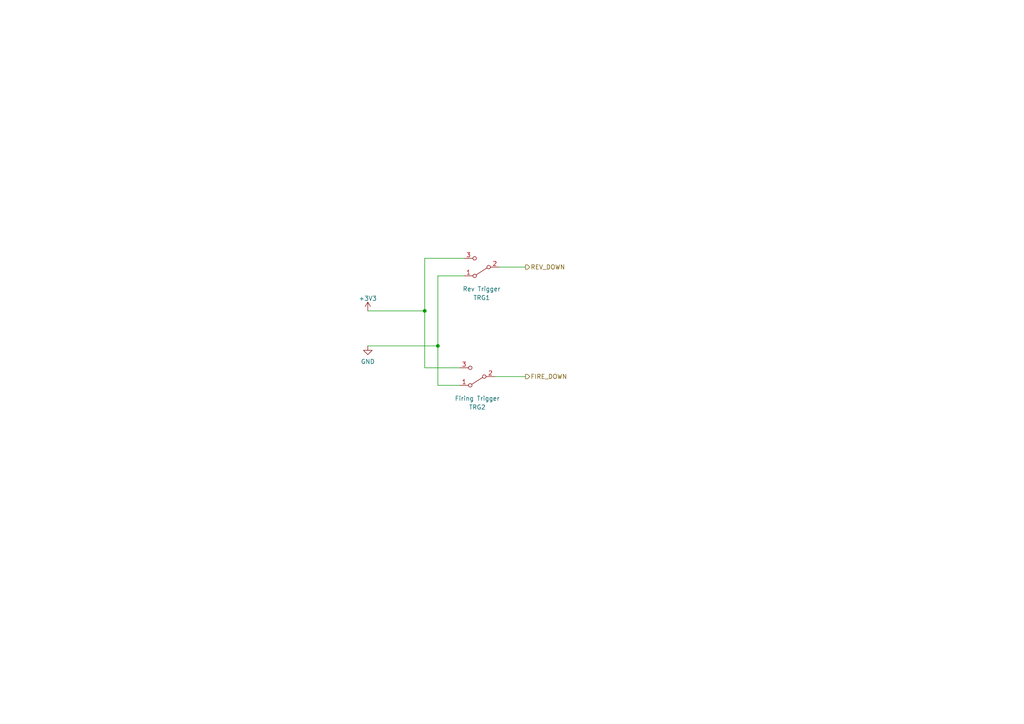
<source format=kicad_sch>
(kicad_sch (version 20211123) (generator eeschema)
  (paper "A4")
  (title_block (title "Nemesis Mod") (date "2021-12-08") (rev "v2.0") (company "https://github.com/jeff-winn/nemesis-mod") (comment 1 "For more information please visit the project website:"))
  (lib_symbols
    (symbol "Switch:SW_SPDT" (pin_names (offset 0) hide)
      (property "Reference" "SW" (at 0 4.318 0))
      (property "Value" "SW_SPDT" (at 0 -5.08 0))
      (symbol "SW_SPDT_0_0"
        (circle (center -2.032 0) (radius 0.508))
        (circle (center 2.032 -2.54) (radius 0.508))
      )
      (symbol "SW_SPDT_0_1"
        (polyline (pts (xy -1.524 0.254) (xy 1.651 2.286)))
        (circle (center 2.032 2.54) (radius 0.508))
      )
      (symbol "SW_SPDT_1_1"
        (pin passive line (at 5.08 2.54 180) (length 2.54) (name "A") (number "1"))
        (pin passive line (at -5.08 0 0) (length 2.54) (name "B") (number "2"))
        (pin passive line (at 5.08 -2.54 180) (length 2.54) (name "C") (number "3"))
      )
    )
    (symbol "power:+3.3V" (power) (pin_names (offset 0))
      (property "Value" "+3.3V" (at 0 3.556 0))
      (symbol "+3.3V_0_1"
        (polyline (pts (xy -0.762 1.27) (xy 0 2.54)))
        (polyline (pts (xy 0 0) (xy 0 2.54)))
        (polyline (pts (xy 0 2.54) (xy 0.762 1.27)))
      )
      (symbol "+3.3V_1_1"
        (pin power_in line (at 0 0 90) (length 0) hide (name "+3V3") (number "1"))
      )
    )
    (symbol "power:GND" (power) (pin_names (offset 0))
      (property "Value" "GND" (at 0 -3.81 0))
      (symbol "GND_0_1"
        (polyline (pts (xy 0 0) (xy 0 -1.27) (xy 1.27 -1.27) (xy 0 -2.54) (xy -1.27 -1.27) (xy 0 -1.27)))
      )
      (symbol "GND_1_1"
        (pin power_in line (at 0 0 270) (length 0) hide (name "GND") (number "1"))
      )
    )
  )
  (junction (at 127 100.33))
  (junction (at 123.19 90.17))
  (wire (pts (xy 144.78 77.47) (xy 152.4 77.47)))
  (wire (pts (xy 127 100.33) (xy 127 111.76)))
  (wire (pts (xy 106.68 90.17) (xy 123.19 90.17)))
  (wire (pts (xy 123.19 106.68) (xy 133.35 106.68)))
  (wire (pts (xy 123.19 90.17) (xy 123.19 106.68)))
  (wire (pts (xy 127 100.33) (xy 127 80.01)))
  (wire (pts (xy 127 80.01) (xy 134.62 80.01)))
  (wire (pts (xy 123.19 74.93) (xy 134.62 74.93)))
  (wire (pts (xy 127 111.76) (xy 133.35 111.76)))
  (wire (pts (xy 143.51 109.22) (xy 152.4 109.22)))
  (wire (pts (xy 106.68 100.33) (xy 127 100.33)))
  (wire (pts (xy 123.19 90.17) (xy 123.19 74.93)))
  (hierarchical_label "REV_DOWN" (shape output) (at 152.4 77.47 0))
  (hierarchical_label "FIRE_DOWN" (shape output) (at 152.4 109.22 0))
  (symbol (lib_id "power:+3.3V") (at 106.68 90.17 0) (unit 1)
    (property "Reference" "#PWR0119" (effects hide))
    (property "Value" "+3.3V" (at 106.68 86.5655 0))
  )
  (symbol (lib_id "power:GND") (at 106.68 100.33 0) (unit 1)
    (property "Reference" "#PWR0118" (effects hide))
    (property "Value" "GND" (at 106.68 104.8925 0))
  )
  (symbol (lib_id "Switch:SW_SPDT") (at 139.7 77.47 180) (unit 1)
    (property "Reference" "TRG1" (at 139.7 86.36 0))
    (property "Value" "Rev Trigger" (at 139.7 83.82 0))
  )
  (symbol (lib_id "Switch:SW_SPDT") (at 138.43 109.22 180) (unit 1)
    (property "Reference" "TRG2" (at 138.43 118.11 0))
    (property "Value" "Firing Trigger" (at 138.43 115.57 0))
  )
)
</source>
